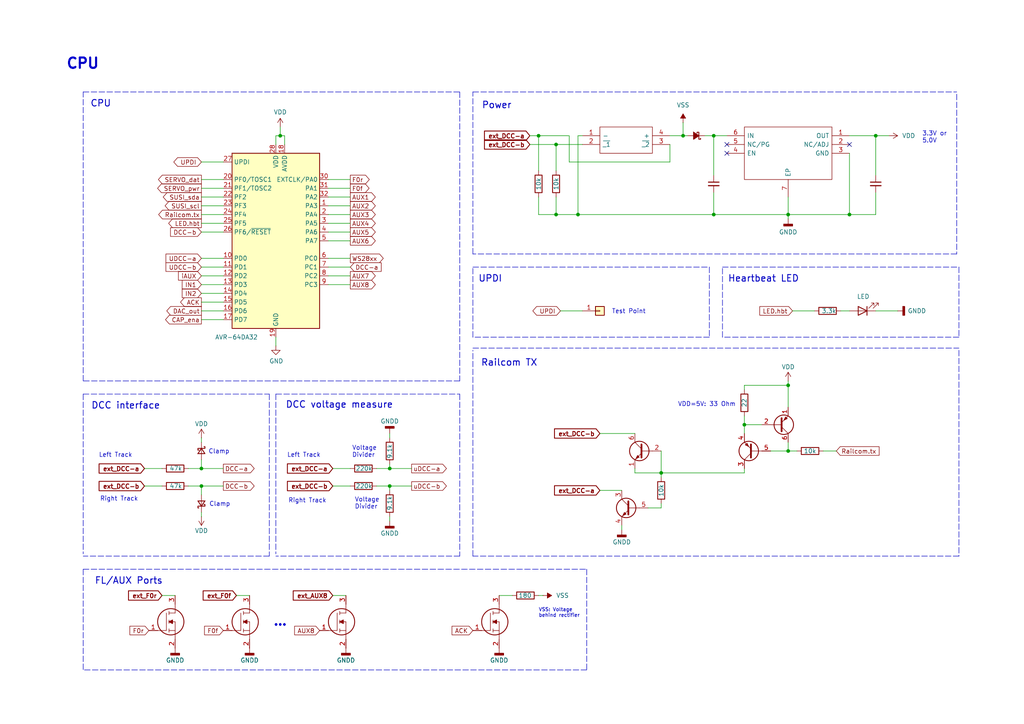
<source format=kicad_sch>
(kicad_sch (version 20250114) (generator "eeschema") (generator_version "9.0")
  (paper "A4")
  (title_block (title "RTB D98 Function Decoder") (date "2025-11-18") (rev "0") (company "Frank Schumacher") (comment 1 "'naked' DCC decoder project") (comment 2 "D98.0") (comment 4 "Licensed under the Apache License, Version 2"))
  (lib_symbols
    (symbol "Connector_Generic:Conn_01x01" (pin_names (offset 1.016) (hide yes))
      (property "Reference" "J" (at 0 2.54 0))
      (property "Value" "Conn_01x01" (at 0 -2.54 0))
      (symbol "Conn_01x01_1_1"
        (rectangle (start -1.27 1.27) (end 1.27 -1.27) (stroke (width 0.254)) (fill (type background)))
        (rectangle (start -1.27 0.127) (end 0 -0.127) (stroke (width 0.1524)))
        (pin passive line (at -5.08 0 0) (length 3.81) (name "Pin_1") (number "1"))
      )
    )
    (symbol "Device:C_Small" (pin_numbers (hide yes)) (pin_names (offset 0.254) (hide yes))
      (property "Reference" "C" (at 0.254 1.778 0))
      (property "Value" "C_Small" (at 0.254 -2.032 0))
      (symbol "C_Small_0_1"
        (polyline (pts (xy -1.524 0.508) (xy 1.524 0.508)) (stroke (width 0.3048)))
        (polyline (pts (xy -1.524 -0.508) (xy 1.524 -0.508)) (stroke (width 0.3302)))
      )
      (symbol "C_Small_1_1"
        (pin passive line (at 0 2.54 270) (length 2.032) (name "~") (number "1"))
        (pin passive line (at 0 -2.54 90) (length 2.032) (name "~") (number "2"))
      )
    )
    (symbol "Device:D_Schottky_Small" (pin_numbers (hide yes)) (pin_names (offset 0.254) (hide yes))
      (property "Reference" "D" (at -1.27 2.032 0))
      (property "Value" "D_Schottky_Small" (at -7.112 -2.032 0))
      (symbol "D_Schottky_Small_0_1"
        (polyline (pts (xy -1.27 0.762) (xy -1.27 1.016) (xy -0.762 1.016) (xy -0.762 -1.016) (xy -0.254 -1.016) (xy -0.254 -0.762)) (stroke (width 0.254)))
        (polyline (pts (xy -0.762 0) (xy 0.762 0)))
        (polyline (pts (xy 0.762 -1.016) (xy -0.762 0) (xy 0.762 1.016) (xy 0.762 -1.016)) (stroke (width 0.254)))
      )
      (symbol "D_Schottky_Small_1_1"
        (pin passive line (at -2.54 0 0) (length 1.778) (name "K") (number "1"))
        (pin passive line (at 2.54 0 180) (length 1.778) (name "A") (number "2"))
      )
    )
    (symbol "Device:D_Schottky_Small_Filled" (pin_numbers (hide yes)) (pin_names (offset 0.254) (hide yes))
      (property "Reference" "D" (at -1.27 2.032 0))
      (property "Value" "D_Schottky_Small_Filled" (at -7.112 -2.032 0))
      (symbol "D_Schottky_Small_Filled_0_1"
        (polyline (pts (xy -1.27 0.762) (xy -1.27 1.016) (xy -0.762 1.016) (xy -0.762 -1.016) (xy -0.254 -1.016) (xy -0.254 -0.762)) (stroke (width 0.254)))
        (polyline (pts (xy -0.762 0) (xy 0.762 0)))
        (polyline (pts (xy 0.762 -1.016) (xy -0.762 0) (xy 0.762 1.016) (xy 0.762 -1.016)) (stroke (width 0.254)) (fill (type outline)))
      )
      (symbol "D_Schottky_Small_Filled_1_1"
        (pin passive line (at -2.54 0 0) (length 1.778) (name "K") (number "1"))
        (pin passive line (at 2.54 0 180) (length 1.778) (name "A") (number "2"))
      )
    )
    (symbol "Device:LED" (pin_numbers (hide yes)) (pin_names (offset 1.016) (hide yes))
      (property "Reference" "D" (at 0 2.54 0))
      (property "Value" "LED" (at 0 -2.54 0))
      (symbol "LED_0_1"
        (polyline (pts (xy -3.048 -0.762) (xy -4.572 -2.286) (xy -3.81 -2.286) (xy -4.572 -2.286) (xy -4.572 -1.524)))
        (polyline (pts (xy -1.778 -0.762) (xy -3.302 -2.286) (xy -2.54 -2.286) (xy -3.302 -2.286) (xy -3.302 -1.524)))
        (polyline (pts (xy -1.27 0) (xy 1.27 0)))
        (polyline (pts (xy -1.27 -1.27) (xy -1.27 1.27)) (stroke (width 0.254)))
        (polyline (pts (xy 1.27 -1.27) (xy 1.27 1.27) (xy -1.27 0) (xy 1.27 -1.27)) (stroke (width 0.254)))
      )
      (symbol "LED_1_1"
        (pin passive line (at -3.81 0 0) (length 2.54) (name "K") (number "1"))
        (pin passive line (at 3.81 0 180) (length 2.54) (name "A") (number "2"))
      )
    )
    (symbol "Device:R" (pin_numbers (hide yes)) (pin_names (offset 0))
      (property "Reference" "R" (at 2.032 0 90))
      (property "Value" "R" (at 0 0 90))
      (symbol "R_0_1"
        (rectangle (start -1.016 -2.54) (end 1.016 2.54) (stroke (width 0.254)))
      )
      (symbol "R_1_1"
        (pin passive line (at 0 3.81 270) (length 1.27) (name "~") (number "1"))
        (pin passive line (at 0 -3.81 90) (length 1.27) (name "~") (number "2"))
      )
    )
    (symbol "MCU_Microchip_ATmega:ATmega4808-M"
      (property "Reference" "U" (at -12.7 26.67 0))
      (property "Value" "ATmega4808-M" (at 2.54 -26.67 0))
      (symbol "ATmega4808-M_0_1"
        (rectangle (start -12.7 -25.4) (end 12.7 25.4) (stroke (width 0.254)) (fill (type background)))
      )
      (symbol "ATmega4808-M_1_1"
        (pin bidirectional line (at -15.24 22.86 0) (length 2.54) (name "UPDI") (number "27"))
        (pin bidirectional line (at -15.24 17.78 0) (length 2.54) (name "PF0/TOSC1") (number "20"))
        (pin bidirectional line (at -15.24 15.24 0) (length 2.54) (name "PF1/TOSC2") (number "21"))
        (pin bidirectional line (at -15.24 12.7 0) (length 2.54) (name "PF2") (number "22"))
        (pin bidirectional line (at -15.24 10.16 0) (length 2.54) (name "PF3") (number "23"))
        (pin bidirectional line (at -15.24 7.62 0) (length 2.54) (name "PF4") (number "24"))
        (pin bidirectional line (at -15.24 5.08 0) (length 2.54) (name "PF5") (number "25"))
        (pin bidirectional line (at -15.24 2.54 0) (length 2.54) (name "PF6/~{RESET}") (number "26"))
        (pin bidirectional line (at -15.24 -5.08 0) (length 2.54) (name "PD0") (number "10"))
        (pin bidirectional line (at -15.24 -7.62 0) (length 2.54) (name "PD1") (number "11"))
        (pin bidirectional line (at -15.24 -10.16 0) (length 2.54) (name "PD2") (number "12"))
        (pin bidirectional line (at -15.24 -12.7 0) (length 2.54) (name "PD3") (number "13"))
        (pin bidirectional line (at -15.24 -15.24 0) (length 2.54) (name "PD4") (number "14"))
        (pin bidirectional line (at -15.24 -17.78 0) (length 2.54) (name "PD5") (number "15"))
        (pin bidirectional line (at -15.24 -20.32 0) (length 2.54) (name "PD6") (number "16"))
        (pin bidirectional line (at -15.24 -22.86 0) (length 2.54) (name "PD7") (number "17"))
        (pin power_in line (at 0 27.94 270) (length 2.54) (name "VDD") (number "28"))
        (pin power_in line (at 0 -27.94 90) (length 2.54) (name "GND") (number "19"))
        (pin passive line (at 0 -27.94 90) (length 2.54) (hide yes) (name "GND") (number "29"))
        (pin passive line (at 0 -27.94 90) (length 2.54) (hide yes) (name "GND") (number "33"))
        (pin power_in line (at 2.54 27.94 270) (length 2.54) (name "AVDD") (number "18"))
        (pin bidirectional line (at 15.24 17.78 180) (length 2.54) (name "EXTCLK/PA0") (number "30"))
        (pin bidirectional line (at 15.24 15.24 180) (length 2.54) (name "PA1") (number "31"))
        (pin bidirectional line (at 15.24 12.7 180) (length 2.54) (name "PA2") (number "32"))
        (pin bidirectional line (at 15.24 10.16 180) (length 2.54) (name "PA3") (number "1"))
        (pin bidirectional line (at 15.24 7.62 180) (length 2.54) (name "PA4") (number "2"))
        (pin bidirectional line (at 15.24 5.08 180) (length 2.54) (name "PA5") (number "3"))
        (pin bidirectional line (at 15.24 2.54 180) (length 2.54) (name "PA6") (number "4"))
        (pin bidirectional line (at 15.24 0 180) (length 2.54) (name "PA7") (number "5"))
        (pin bidirectional line (at 15.24 -5.08 180) (length 2.54) (name "PC0") (number "6"))
        (pin bidirectional line (at 15.24 -7.62 180) (length 2.54) (name "PC1") (number "7"))
        (pin bidirectional line (at 15.24 -10.16 180) (length 2.54) (name "PC2") (number "8"))
        (pin bidirectional line (at 15.24 -12.7 180) (length 2.54) (name "PC3") (number "9"))
      )
    )
    (symbol "RTB:BAS3007ARPPE6327HTSA1" (pin_names (offset 0.762))
      (property "Reference" "D" (at 21.59 7.62 0))
      (property "Value" "BAS3007ARPPE6327HTSA1" (at 21.59 5.08 0))
      (symbol "BAS3007ARPPE6327HTSA1_0_0"
        (pin passive line (at 0 0 0) (length 5.08) (name "-") (number "1"))
        (pin passive line (at 0 -2.54 0) (length 5.08) (name "~{_1}") (number "2"))
        (pin passive line (at 25.4 0 180) (length 5.08) (name "+") (number "4"))
        (pin passive line (at 25.4 -2.54 180) (length 5.08) (name "~{_2}") (number "3"))
      )
      (symbol "BAS3007ARPPE6327HTSA1_0_1"
        (polyline (pts (xy 5.08 2.54) (xy 20.32 2.54) (xy 20.32 -5.08) (xy 5.08 -5.08) (xy 5.08 2.54)) (stroke (width 0.1524)))
      )
    )
    (symbol "RTB:NCP730BMT330TBG" (pin_names (offset 0.762))
      (property "Reference" "IC" (at 31.75 7.62 0))
      (property "Value" "NCP730BMT330TBG" (at 31.75 5.08 0))
      (symbol "NCP730BMT330TBG_0_0"
        (pin passive line (at 0 0 0) (length 5.08) (name "OUT") (number "1"))
        (pin passive line (at 0 -2.54 0) (length 5.08) (name "NC/ADJ") (number "2"))
        (pin passive line (at 0 -5.08 0) (length 5.08) (name "GND") (number "3"))
        (pin passive line (at 17.78 -17.78 90) (length 5.08) (name "EP") (number "7"))
        (pin passive line (at 35.56 0 180) (length 5.08) (name "IN") (number "6"))
        (pin passive line (at 35.56 -2.54 180) (length 5.08) (name "NC/PG") (number "5"))
        (pin passive line (at 35.56 -5.08 180) (length 5.08) (name "EN") (number "4"))
      )
      (symbol "NCP730BMT330TBG_0_1"
        (polyline (pts (xy 5.08 2.54) (xy 30.48 2.54) (xy 30.48 -12.7) (xy 5.08 -12.7) (xy 5.08 2.54)) (stroke (width 0.1524)))
      )
    )
    (symbol "RTB:PMZB200UNEYL" (pin_names (offset 0.762))
      (property "Reference" "Q" (at 11.43 3.81 0))
      (property "Value" "PMZB200UNEYL" (at 11.43 1.27 0))
      (symbol "PMZB200UNEYL_0_0"
        (pin passive line (at 0 0 0) (length 2.54) (name "~") (number "1"))
        (pin passive line (at 7.62 10.16 270) (length 2.54) (name "~") (number "3"))
        (pin passive line (at 7.62 -5.08 90) (length 2.54) (name "~") (number "2"))
      )
      (symbol "PMZB200UNEYL_0_1"
        (polyline (pts (xy 2.54 0) (xy 5.08 0) (xy 5.08 5.08)) (stroke (width 0.1524)))
        (polyline (pts (xy 5.842 5.588) (xy 5.842 4.572)) (stroke (width 0.1524)))
        (polyline (pts (xy 5.842 2.54) (xy 6.858 3.048) (xy 6.858 2.032) (xy 5.842 2.54)) (stroke (width 0.254)) (fill (type outline)))
        (polyline (pts (xy 5.842 2.032) (xy 5.842 3.048)) (stroke (width 0.1524)))
        (polyline (pts (xy 5.842 0) (xy 7.62 0)) (stroke (width 0.1524)))
        (polyline (pts (xy 5.842 -0.508) (xy 5.842 0.508)) (stroke (width 0.1524)))
        (circle (center 6.35 2.54) (radius 3.81) (stroke (width 0.254)))
        (polyline (pts (xy 7.62 5.08) (xy 5.842 5.08)) (stroke (width 0.1524)))
        (polyline (pts (xy 7.62 5.08) (xy 7.62 7.62)) (stroke (width 0.1524)))
        (polyline (pts (xy 7.62 2.54) (xy 5.842 2.54)) (stroke (width 0.1524)))
        (polyline (pts (xy 7.62 2.54) (xy 7.62 -2.54)) (stroke (width 0.1524)))
      )
    )
    (symbol "Transistor_BJT:BC847BDW1" (pin_names (offset 0) (hide yes))
      (property "Reference" "Q" (at 5.08 1.27 0))
      (property "Value" "BC847BDW1" (at 5.08 -1.27 0))
      (symbol "BC847BDW1_0_1"
        (polyline (pts (xy 0.635 1.905) (xy 0.635 -1.905)) (stroke (width 0.508)))
        (polyline (pts (xy 0.635 0.635) (xy 2.54 2.54)))
        (polyline (pts (xy 0.635 0) (xy -2.54 0)))
        (polyline (pts (xy 0.635 -0.635) (xy 2.54 -2.54)))
        (circle (center 1.27 0) (radius 2.8194) (stroke (width 0.254)))
        (polyline (pts (xy 1.27 -1.778) (xy 1.778 -1.27) (xy 2.286 -2.286) (xy 1.27 -1.778)) (fill (type outline)))
      )
      (symbol "BC847BDW1_1_1"
        (pin input line (at -5.08 0 0) (length 2.54) (name "B1") (number "2"))
        (pin passive line (at 2.54 5.08 270) (length 2.54) (name "C1") (number "6"))
        (pin passive line (at 2.54 -5.08 90) (length 2.54) (name "E1") (number "1"))
      )
      (symbol "BC847BDW1_2_1"
        (pin input line (at -5.08 0 0) (length 2.54) (name "B2") (number "5"))
        (pin passive line (at 2.54 5.08 270) (length 2.54) (name "C2") (number "3"))
        (pin passive line (at 2.54 -5.08 90) (length 2.54) (name "E2") (number "4"))
      )
    )
    (symbol "Transistor_BJT:BC857BDW1" (pin_names (offset 0) (hide yes))
      (property "Reference" "Q" (at 5.08 1.27 0))
      (property "Value" "BC857BDW1" (at 5.08 -1.27 0))
      (symbol "BC857BDW1_0_1"
        (polyline (pts (xy 0.635 1.905) (xy 0.635 -1.905)) (stroke (width 0.508)))
        (polyline (pts (xy 0.635 0.635) (xy 2.54 2.54)))
        (polyline (pts (xy 0.635 0) (xy -2.54 0)))
        (polyline (pts (xy 0.635 -0.635) (xy 2.54 -2.54)))
        (circle (center 1.27 0) (radius 2.8194) (stroke (width 0.254)))
        (polyline (pts (xy 2.286 -1.778) (xy 1.778 -2.286) (xy 1.27 -1.27) (xy 2.286 -1.778)) (fill (type outline)))
      )
      (symbol "BC857BDW1_1_1"
        (pin input line (at -5.08 0 0) (length 2.54) (name "B1") (number "2"))
        (pin passive line (at 2.54 5.08 270) (length 2.54) (name "C1") (number "6"))
        (pin passive line (at 2.54 -5.08 90) (length 2.54) (name "E1") (number "1"))
      )
      (symbol "BC857BDW1_2_1"
        (pin input line (at -5.08 0 0) (length 2.54) (name "B2") (number "5"))
        (pin passive line (at 2.54 5.08 270) (length 2.54) (name "C2") (number "3"))
        (pin passive line (at 2.54 -5.08 90) (length 2.54) (name "E2") (number "4"))
      )
    )
    (symbol "power:GND" (power) (pin_numbers (hide yes)) (pin_names (offset 0) (hide yes))
      (property "Value" "GND" (at 0 -3.81 0))
      (symbol "GND_0_1"
        (polyline (pts (xy 0 0) (xy 0 -1.27) (xy 1.27 -1.27) (xy 0 -2.54) (xy -1.27 -1.27) (xy 0 -1.27)))
      )
      (symbol "GND_1_1"
        (pin power_in line (at 0 0 270) (length 0) (name "~") (number "1"))
      )
    )
    (symbol "power:GNDD" (power) (pin_numbers (hide yes)) (pin_names (offset 0) (hide yes))
      (property "Value" "GNDD" (at 0 -3.175 0))
      (symbol "GNDD_0_1"
        (rectangle (start -1.27 -1.524) (end 1.27 -2.032) (stroke (width 0.254)) (fill (type outline)))
        (polyline (pts (xy 0 0) (xy 0 -1.524)))
      )
      (symbol "GNDD_1_1"
        (pin power_in line (at 0 0 270) (length 0) (name "~") (number "1"))
      )
    )
    (symbol "power:VDD" (power) (pin_numbers (hide yes)) (pin_names (offset 0) (hide yes))
      (property "Value" "VDD" (at 0 3.556 0))
      (symbol "VDD_0_1"
        (polyline (pts (xy -0.762 1.27) (xy 0 2.54)))
        (polyline (pts (xy 0 2.54) (xy 0.762 1.27)))
        (polyline (pts (xy 0 0) (xy 0 2.54)))
      )
      (symbol "VDD_1_1"
        (pin power_in line (at 0 0 90) (length 0) (name "~") (number "1"))
      )
    )
    (symbol "power:VSS" (power) (pin_numbers (hide yes)) (pin_names (offset 0) (hide yes))
      (property "Value" "VSS" (at 0 3.556 0))
      (symbol "VSS_0_1"
        (polyline (pts (xy 0 0) (xy 0 2.54)))
        (polyline (pts (xy 0.762 1.27) (xy -0.762 1.27) (xy 0 2.54) (xy 0.762 1.27)) (fill (type outline)))
      )
      (symbol "VSS_1_1"
        (pin power_in line (at 0 0 90) (length 0) (name "~") (number "1"))
      )
    )
  )
  (text "..." (at 81.28 180.34 0) (effects (font (size 2.54 2.54) (thickness 0.508) (bold yes))))
  (text "DCC voltage measure" (at 82.804 118.618 0) (effects (font (size 1.905 1.905) (thickness 0.254) (bold yes)) (justify left bottom)))
  (text "FL/AUX Ports" (at 27.432 169.672 0) (effects (font (size 1.905 1.905) (thickness 0.254) (bold yes)) (justify left bottom)))
  (text "VSS: Voltage\nbehind rectifier" (at 156.21 177.8 0) (effects (font (size 1.016 1.016)) (justify left)))
  (text "CPU" (at 26.162 31.242 0) (effects (font (size 1.905 1.905) (thickness 0.254) (bold yes)) (justify left bottom)))
  (text "3.3V or\n5.0V" (at 267.462 39.878 0) (effects (font (size 1.27 1.27)) (justify left)))
  (text "Power" (at 139.7 31.75 0) (effects (font (size 1.905 1.905) (thickness 0.254) (bold yes)) (justify left bottom)))
  (text "Railcom TX" (at 139.446 106.426 0) (effects (font (size 1.905 1.905) (thickness 0.254) (bold yes)) (justify left bottom)))
  (text "Clamp" (at 60.452 131.064 0) (effects (font (size 1.27 1.27)) (justify left)))
  (text "Heartbeat LED" (at 211.074 82.042 0) (effects (font (size 1.905 1.905) (thickness 0.254) (bold yes)) (justify left bottom)))
  (text "Right Track" (at 34.544 144.78 0) (effects (font (size 1.27 1.27))))
  (text "VDD=5V: 33 Ohm" (at 196.596 117.348 0) (effects (font (size 1.27 1.27)) (justify left)))
  (text "Left Track" (at 88.138 132.08 0) (effects (font (size 1.27 1.27))))
  (text "DCC interface" (at 26.416 118.872 0) (effects (font (size 1.905 1.905) (thickness 0.254) (bold yes)) (justify left bottom)))
  (text "Left Track" (at 33.528 132.08 0) (effects (font (size 1.27 1.27))))
  (text "Right Track" (at 89.154 145.288 0) (effects (font (size 1.27 1.27))))
  (text "Voltage\nDivider" (at 102.108 131.064 0) (effects (font (size 1.27 1.27)) (justify left)))
  (text "UPDI" (at 138.684 82.042 0) (effects (font (size 1.905 1.905) (thickness 0.254) (bold yes)) (justify left bottom)))
  (text "CPU" (at 19.05 20.32 0) (effects (font (size 2.9972 2.9972) (thickness 0.5994) (bold yes)) (justify left bottom)))
  (text "Test Point" (at 182.372 90.424 0) (effects (font (size 1.27 1.27))))
  (text "Voltage\nDivider" (at 102.87 146.05 0) (effects (font (size 1.27 1.27)) (justify left)))
  (text "Clamp" (at 66.802 146.304 0) (effects (font (size 1.27 1.27)) (justify right)))
  (junction (at 254 39.37))
  (junction (at 113.03 135.89))
  (junction (at 207.01 62.23))
  (junction (at 228.6 111.76))
  (junction (at 113.03 140.97))
  (junction (at 246.38 62.23))
  (junction (at 191.77 137.16))
  (junction (at 161.29 41.91))
  (junction (at 58.42 140.97))
  (junction (at 228.6 130.81))
  (junction (at 156.21 39.37))
  (junction (at 161.29 62.23))
  (junction (at 58.42 135.89))
  (junction (at 228.6 62.23))
  (junction (at 207.01 39.37))
  (junction (at 198.12 39.37))
  (junction (at 215.9 123.19))
  (junction (at 167.64 62.23))
  (junction (at 81.28 39.37))
  (no_connect (at 246.38 41.91))
  (no_connect (at 210.82 41.91))
  (no_connect (at 210.82 44.45))
  (wire (pts (xy 58.42 133.35) (xy 58.42 135.89)))
  (wire (pts (xy 228.6 57.15) (xy 228.6 62.23)))
  (wire (pts (xy 207.01 39.37) (xy 210.82 39.37)))
  (wire (pts (xy 243.84 90.17) (xy 246.38 90.17)))
  (wire (pts (xy 80.01 39.37) (xy 80.01 41.91)))
  (wire (pts (xy 101.6 62.23) (xy 95.25 62.23)))
  (wire (pts (xy 223.52 130.81) (xy 228.6 130.81)))
  (wire (pts (xy 228.6 130.81) (xy 231.14 130.81)))
  (wire (pts (xy 41.91 135.89) (xy 46.99 135.89)))
  (wire (pts (xy 207.01 62.23) (xy 228.6 62.23)))
  (wire (pts (xy 58.42 59.69) (xy 64.77 59.69)))
  (wire (pts (xy 64.77 90.17) (xy 58.42 90.17)))
  (polyline (pts (xy 170.18 165.1) (xy 170.18 194.31)) (stroke (width 0) (type dash)))
  (polyline (pts (xy 80.01 114.3) (xy 80.01 160.655)) (stroke (width 0) (type dash)))
  (wire (pts (xy 58.42 64.77) (xy 64.77 64.77)))
  (polyline (pts (xy 205.74 97.79) (xy 137.16 97.79)) (stroke (width 0) (type dash)))
  (wire (pts (xy 198.12 35.56) (xy 198.12 39.37)))
  (wire (pts (xy 161.29 57.15) (xy 161.29 62.23)))
  (wire (pts (xy 64.77 74.93) (xy 58.42 74.93)))
  (wire (pts (xy 165.1 39.37) (xy 156.21 39.37)))
  (polyline (pts (xy 277.495 73.66) (xy 137.16 73.66)) (stroke (width 0) (type dash)))
  (wire (pts (xy 113.03 149.86) (xy 113.03 151.13)))
  (wire (pts (xy 167.64 39.37) (xy 167.64 62.23)))
  (polyline (pts (xy 205.74 77.47) (xy 205.74 97.79)) (stroke (width 0) (type dash)))
  (wire (pts (xy 58.42 127) (xy 58.42 128.27)))
  (wire (pts (xy 194.31 46.99) (xy 165.1 46.99)))
  (wire (pts (xy 173.99 142.24) (xy 180.34 142.24)))
  (wire (pts (xy 229.87 90.17) (xy 236.22 90.17)))
  (wire (pts (xy 58.42 135.89) (xy 64.77 135.89)))
  (wire (pts (xy 198.12 39.37) (xy 199.39 39.37)))
  (polyline (pts (xy 209.55 97.79) (xy 209.55 77.47)) (stroke (width 0) (type dash)))
  (wire (pts (xy 215.9 120.65) (xy 215.9 123.19)))
  (wire (pts (xy 215.9 135.89) (xy 215.9 137.16)))
  (polyline (pts (xy 24.13 26.67) (xy 133.35 26.67)) (stroke (width 0) (type dash)))
  (wire (pts (xy 191.77 137.16) (xy 215.9 137.16)))
  (wire (pts (xy 58.42 80.01) (xy 64.77 80.01)))
  (wire (pts (xy 81.28 36.83) (xy 81.28 39.37)))
  (wire (pts (xy 113.03 127) (xy 113.03 125.73)))
  (wire (pts (xy 228.6 118.11) (xy 228.6 111.76)))
  (polyline (pts (xy 78.105 114.3) (xy 78.105 161.29)) (stroke (width 0) (type dash)))
  (wire (pts (xy 184.15 135.89) (xy 184.15 137.16)))
  (wire (pts (xy 58.42 149.86) (xy 58.42 148.59)))
  (wire (pts (xy 156.21 57.15) (xy 156.21 62.23)))
  (wire (pts (xy 58.42 143.51) (xy 58.42 140.97)))
  (wire (pts (xy 109.22 140.97) (xy 113.03 140.97)))
  (wire (pts (xy 246.38 39.37) (xy 254 39.37)))
  (polyline (pts (xy 133.35 110.49) (xy 24.13 110.49)) (stroke (width 0) (type dash)))
  (polyline (pts (xy 170.18 194.31) (xy 24.13 194.31)) (stroke (width 0) (type dash)))
  (wire (pts (xy 101.6 82.55) (xy 95.25 82.55)))
  (wire (pts (xy 207.01 62.23) (xy 207.01 55.88)))
  (wire (pts (xy 109.22 135.89) (xy 113.03 135.89)))
  (wire (pts (xy 58.42 67.31) (xy 64.77 67.31)))
  (wire (pts (xy 207.01 50.8) (xy 207.01 39.37)))
  (wire (pts (xy 161.29 62.23) (xy 167.64 62.23)))
  (polyline (pts (xy 209.55 77.47) (xy 278.13 77.47)) (stroke (width 0) (type dash)))
  (wire (pts (xy 180.34 152.4) (xy 180.34 153.67)))
  (wire (pts (xy 113.03 140.97) (xy 119.38 140.97)))
  (wire (pts (xy 95.25 52.07) (xy 101.6 52.07)))
  (wire (pts (xy 191.77 137.16) (xy 191.77 138.43)))
  (wire (pts (xy 254 55.88) (xy 254 62.23)))
  (wire (pts (xy 68.58 172.72) (xy 72.39 172.72)))
  (wire (pts (xy 80.01 97.79) (xy 80.01 100.33)))
  (polyline (pts (xy 278.13 161.29) (xy 137.16 161.29)) (stroke (width 0) (type dash)))
  (wire (pts (xy 58.42 62.23) (xy 64.77 62.23)))
  (wire (pts (xy 165.1 46.99) (xy 165.1 39.37)))
  (wire (pts (xy 58.42 46.99) (xy 64.77 46.99)))
  (wire (pts (xy 95.25 77.47) (xy 101.6 77.47)))
  (wire (pts (xy 95.25 69.85) (xy 101.6 69.85)))
  (wire (pts (xy 215.9 111.76) (xy 215.9 113.03)))
  (wire (pts (xy 187.96 147.32) (xy 191.77 147.32)))
  (wire (pts (xy 144.78 172.72) (xy 148.59 172.72)))
  (wire (pts (xy 64.77 52.07) (xy 58.42 52.07)))
  (polyline (pts (xy 133.35 161.29) (xy 80.01 161.29)) (stroke (width 0) (type dash)))
  (wire (pts (xy 113.03 135.89) (xy 119.38 135.89)))
  (wire (pts (xy 156.21 172.72) (xy 157.48 172.72)))
  (wire (pts (xy 215.9 123.19) (xy 220.98 123.19)))
  (polyline (pts (xy 278.13 97.79) (xy 209.55 97.79)) (stroke (width 0) (type dash)))
  (wire (pts (xy 162.56 90.17) (xy 168.91 90.17)))
  (wire (pts (xy 58.42 54.61) (xy 64.77 54.61)))
  (wire (pts (xy 153.67 41.91) (xy 161.29 41.91)))
  (wire (pts (xy 228.6 63.5) (xy 228.6 62.23)))
  (wire (pts (xy 238.76 130.81) (xy 242.57 130.81)))
  (wire (pts (xy 101.6 54.61) (xy 95.25 54.61)))
  (wire (pts (xy 95.25 74.93) (xy 101.6 74.93)))
  (polyline (pts (xy 137.16 73.66) (xy 137.16 26.67)) (stroke (width 0) (type dash)))
  (wire (pts (xy 254 39.37) (xy 254 50.8)))
  (wire (pts (xy 184.15 137.16) (xy 191.77 137.16)))
  (wire (pts (xy 161.29 41.91) (xy 161.29 49.53)))
  (wire (pts (xy 95.25 64.77) (xy 101.6 64.77)))
  (wire (pts (xy 156.21 39.37) (xy 153.67 39.37)))
  (wire (pts (xy 228.6 111.76) (xy 215.9 111.76)))
  (wire (pts (xy 194.31 39.37) (xy 198.12 39.37)))
  (wire (pts (xy 228.6 130.81) (xy 228.6 128.27)))
  (polyline (pts (xy 277.495 27.305) (xy 277.495 73.66)) (stroke (width 0) (type dash)))
  (polyline (pts (xy 278.13 101.6) (xy 278.13 161.29)) (stroke (width 0) (type dash)))
  (wire (pts (xy 54.61 140.97) (xy 58.42 140.97)))
  (wire (pts (xy 95.25 57.15) (xy 101.6 57.15)))
  (polyline (pts (xy 137.16 100.965) (xy 278.13 100.965)) (stroke (width 0) (type dash)))
  (wire (pts (xy 58.42 85.09) (xy 64.77 85.09)))
  (wire (pts (xy 228.6 110.49) (xy 228.6 111.76)))
  (wire (pts (xy 95.25 80.01) (xy 101.6 80.01)))
  (wire (pts (xy 58.42 57.15) (xy 64.77 57.15)))
  (wire (pts (xy 156.21 49.53) (xy 156.21 39.37)))
  (polyline (pts (xy 137.16 77.47) (xy 205.74 77.47)) (stroke (width 0) (type dash)))
  (polyline (pts (xy 137.16 97.79) (xy 137.16 77.47)) (stroke (width 0) (type dash)))
  (polyline (pts (xy 133.35 114.3) (xy 133.35 161.29)) (stroke (width 0) (type dash)))
  (wire (pts (xy 191.77 146.05) (xy 191.77 147.32)))
  (wire (pts (xy 82.55 39.37) (xy 82.55 41.91)))
  (wire (pts (xy 246.38 44.45) (xy 246.38 62.23)))
  (wire (pts (xy 204.47 39.37) (xy 207.01 39.37)))
  (wire (pts (xy 254 90.17) (xy 260.35 90.17)))
  (polyline (pts (xy 24.13 114.3) (xy 78.105 114.3)) (stroke (width 0) (type dash)))
  (polyline (pts (xy 133.35 26.67) (xy 133.35 110.49)) (stroke (width 0) (type dash)))
  (wire (pts (xy 46.99 172.72) (xy 50.8 172.72)))
  (wire (pts (xy 168.91 39.37) (xy 167.64 39.37)))
  (wire (pts (xy 95.25 59.69) (xy 101.6 59.69)))
  (polyline (pts (xy 24.13 114.3) (xy 24.13 160.655)) (stroke (width 0) (type dash)))
  (polyline (pts (xy 24.13 165.1) (xy 24.13 194.31)) (stroke (width 0) (type dash)))
  (wire (pts (xy 64.77 87.63) (xy 58.42 87.63)))
  (wire (pts (xy 64.77 92.71) (xy 58.42 92.71)))
  (polyline (pts (xy 137.16 26.67) (xy 277.495 26.67)) (stroke (width 0) (type dash)))
  (polyline (pts (xy 24.13 165.1) (xy 170.18 165.1)) (stroke (width 0) (type dash)))
  (polyline (pts (xy 24.13 110.49) (xy 24.13 26.67)) (stroke (width 0) (type dash)))
  (wire (pts (xy 58.42 140.97) (xy 64.77 140.97)))
  (wire (pts (xy 246.38 62.23) (xy 228.6 62.23)))
  (wire (pts (xy 96.52 140.97) (xy 101.6 140.97)))
  (wire (pts (xy 96.52 172.72) (xy 100.33 172.72)))
  (wire (pts (xy 156.21 62.23) (xy 161.29 62.23)))
  (wire (pts (xy 184.15 125.73) (xy 173.99 125.73)))
  (wire (pts (xy 215.9 125.73) (xy 215.9 123.19)))
  (wire (pts (xy 58.42 77.47) (xy 64.77 77.47)))
  (wire (pts (xy 246.38 62.23) (xy 254 62.23)))
  (wire (pts (xy 96.52 135.89) (xy 101.6 135.89)))
  (wire (pts (xy 254 39.37) (xy 257.81 39.37)))
  (wire (pts (xy 81.28 39.37) (xy 82.55 39.37)))
  (wire (pts (xy 58.42 82.55) (xy 64.77 82.55)))
  (polyline (pts (xy 78.105 161.29) (xy 24.13 161.29)) (stroke (width 0) (type dash)))
  (wire (pts (xy 41.91 140.97) (xy 46.99 140.97)))
  (wire (pts (xy 161.29 41.91) (xy 168.91 41.91)))
  (wire (pts (xy 80.01 39.37) (xy 81.28 39.37)))
  (wire (pts (xy 54.61 135.89) (xy 58.42 135.89)))
  (polyline (pts (xy 278.13 77.47) (xy 278.13 97.79)) (stroke (width 0) (type dash)))
  (wire (pts (xy 113.03 134.62) (xy 113.03 135.89)))
  (wire (pts (xy 113.03 140.97) (xy 113.03 142.24)))
  (polyline (pts (xy 137.16 161.29) (xy 137.16 101.6)) (stroke (width 0) (type dash)))
  (wire (pts (xy 167.64 62.23) (xy 207.01 62.23)))
  (wire (pts (xy 95.25 67.31) (xy 101.6 67.31)))
  (wire (pts (xy 191.77 137.16) (xy 191.77 130.81)))
  (wire (pts (xy 194.31 41.91) (xy 194.31 46.99)))
  (polyline (pts (xy 80.01 114.3) (xy 133.35 114.3)) (stroke (width 0) (type dash)))
  (global_label "IN2" (shape input) (at 58.42 85.09 180) (property "Intersheetrefs" "${INTERSHEET_REFS}" (effects (hide yes))))
  (global_label "DCC-b" (shape input) (at 58.42 67.31 180) (property "Intersheetrefs" "${INTERSHEET_REFS}" (effects (hide yes))))
  (global_label "Railcom.tx" (shape input) (at 242.57 130.81 0) (property "Intersheetrefs" "${INTERSHEET_REFS}" (effects (hide yes))))
  (global_label "AUX8" (shape output) (at 101.6 82.55 0) (property "Intersheetrefs" "${INTERSHEET_REFS}" (effects (hide yes))))
  (global_label "UDCC-a" (shape input) (at 58.42 74.93 180) (property "Intersheetrefs" "${INTERSHEET_REFS}" (effects (hide yes))))
  (global_label "UPDI" (shape bidirectional) (at 58.42 46.99 180) (property "Intersheetrefs" "${INTERSHEET_REFS}" (effects (hide yes))))
  (global_label "F0r" (shape input) (at 43.18 182.88 180) (property "Intersheetrefs" "${INTERSHEET_REFS}" (effects (hide yes))))
  (global_label "iAUX" (shape input) (at 58.42 80.01 180) (property "Intersheetrefs" "${INTERSHEET_REFS}" (effects (hide yes))))
  (global_label "ACK" (shape input) (at 137.16 182.88 180) (property "Intersheetrefs" "${INTERSHEET_REFS}" (effects (hide yes))))
  (global_label "AUX7" (shape output) (at 101.6 80.01 0) (property "Intersheetrefs" "${INTERSHEET_REFS}" (effects (hide yes))))
  (global_label "DCC-a" (shape output) (at 64.77 135.89 0) (property "Intersheetrefs" "${INTERSHEET_REFS}" (effects (hide yes))))
  (global_label "AUX8" (shape input) (at 92.71 182.88 180) (property "Intersheetrefs" "${INTERSHEET_REFS}" (effects (hide yes))))
  (global_label "LED.hbt" (shape output) (at 58.42 64.77 180) (property "Intersheetrefs" "${INTERSHEET_REFS}" (effects (hide yes))))
  (global_label "AUX4" (shape output) (at 101.6 64.77 0) (property "Intersheetrefs" "${INTERSHEET_REFS}" (effects (hide yes))))
  (global_label "ext_DCC-a" (shape input) (at 173.99 142.24 180) (effects (font (thickness 0.254) (bold yes))) (property "Intersheetrefs" "${INTERSHEET_REFS}" (effects (hide yes))))
  (global_label "LED.hbt" (shape input) (at 229.87 90.17 180) (property "Intersheetrefs" "${INTERSHEET_REFS}" (effects (hide yes))))
  (global_label "ext_DCC-b" (shape input) (at 173.99 125.73 180) (effects (font (thickness 0.254) (bold yes))) (property "Intersheetrefs" "${INTERSHEET_REFS}" (effects (hide yes))))
  (global_label "ext_DCC-a" (shape input) (at 96.52 135.89 180) (effects (font (thickness 0.254) (bold yes))) (property "Intersheetrefs" "${INTERSHEET_REFS}" (effects (hide yes))))
  (global_label "UPDI" (shape bidirectional) (at 162.56 90.17 180) (property "Intersheetrefs" "${INTERSHEET_REFS}" (effects (hide yes))))
  (global_label "CAP_ena" (shape output) (at 58.42 92.71 180) (property "Intersheetrefs" "${INTERSHEET_REFS}" (effects (hide yes))))
  (global_label "AUX3" (shape output) (at 101.6 62.23 0) (property "Intersheetrefs" "${INTERSHEET_REFS}" (effects (hide yes))))
  (global_label "ext_F0r" (shape input) (at 46.99 172.72 180) (effects (font (thickness 0.254) (bold yes))) (property "Intersheetrefs" "${INTERSHEET_REFS}" (effects (hide yes))))
  (global_label "uDCC-a" (shape output) (at 119.38 135.89 0) (property "Intersheetrefs" "${INTERSHEET_REFS}" (effects (hide yes))))
  (global_label "ext_DCC-a" (shape input) (at 41.91 135.89 180) (effects (font (thickness 0.254) (bold yes))) (property "Intersheetrefs" "${INTERSHEET_REFS}" (effects (hide yes))))
  (global_label "AUX2" (shape output) (at 101.6 59.69 0) (property "Intersheetrefs" "${INTERSHEET_REFS}" (effects (hide yes))))
  (global_label "IN1" (shape input) (at 58.42 82.55 180) (property "Intersheetrefs" "${INTERSHEET_REFS}" (effects (hide yes))))
  (global_label "AUX5" (shape output) (at 101.6 67.31 0) (property "Intersheetrefs" "${INTERSHEET_REFS}" (effects (hide yes))))
  (global_label "WS28xx" (shape output) (at 101.6 74.93 0) (property "Intersheetrefs" "${INTERSHEET_REFS}" (effects (hide yes))))
  (global_label "DAC_out" (shape output) (at 58.42 90.17 180) (property "Intersheetrefs" "${INTERSHEET_REFS}" (effects (hide yes))))
  (global_label "SERVO_pwr" (shape output) (at 58.42 54.61 180) (property "Intersheetrefs" "${INTERSHEET_REFS}" (effects (hide yes))))
  (global_label "ext_DCC-b" (shape input) (at 41.91 140.97 180) (effects (font (thickness 0.254) (bold yes))) (property "Intersheetrefs" "${INTERSHEET_REFS}" (effects (hide yes))))
  (global_label "ext_F0f" (shape input) (at 68.58 172.72 180) (effects (font (thickness 0.254) (bold yes))) (property "Intersheetrefs" "${INTERSHEET_REFS}" (effects (hide yes))))
  (global_label "Railcom.tx" (shape output) (at 58.42 62.23 180) (property "Intersheetrefs" "${INTERSHEET_REFS}" (effects (hide yes))))
  (global_label "uDCC-b" (shape output) (at 119.38 140.97 0) (property "Intersheetrefs" "${INTERSHEET_REFS}" (effects (hide yes))))
  (global_label "ext_AUX8" (shape input) (at 96.52 172.72 180) (effects (font (thickness 0.254) (bold yes))) (property "Intersheetrefs" "${INTERSHEET_REFS}" (effects (hide yes))))
  (global_label "SUSI_scl" (shape output) (at 58.42 59.69 180) (property "Intersheetrefs" "${INTERSHEET_REFS}" (effects (hide yes))))
  (global_label "F0r" (shape output) (at 101.6 52.07 0) (property "Intersheetrefs" "${INTERSHEET_REFS}" (effects (hide yes))))
  (global_label "ext_DCC-b" (shape input) (at 153.67 41.91 180) (effects (font (thickness 0.254) (bold yes))) (property "Intersheetrefs" "${INTERSHEET_REFS}" (effects (hide yes))))
  (global_label "ACK" (shape output) (at 58.42 87.63 180) (property "Intersheetrefs" "${INTERSHEET_REFS}" (effects (hide yes))))
  (global_label "DCC-a" (shape input) (at 101.6 77.47 0) (property "Intersheetrefs" "${INTERSHEET_REFS}" (effects (hide yes))))
  (global_label "SERVO_dat" (shape output) (at 58.42 52.07 180) (property "Intersheetrefs" "${INTERSHEET_REFS}" (effects (hide yes))))
  (global_label "F0f" (shape input) (at 64.77 182.88 180) (property "Intersheetrefs" "${INTERSHEET_REFS}" (effects (hide yes))))
  (global_label "AUX1" (shape output) (at 101.6 57.15 0) (property "Intersheetrefs" "${INTERSHEET_REFS}" (effects (hide yes))))
  (global_label "ext_DCC-a" (shape input) (at 153.67 39.37 180) (effects (font (thickness 0.254) (bold yes))) (property "Intersheetrefs" "${INTERSHEET_REFS}" (effects (hide yes))))
  (global_label "DCC-b" (shape output) (at 64.77 140.97 0) (property "Intersheetrefs" "${INTERSHEET_REFS}" (effects (hide yes))))
  (global_label "F0f" (shape output) (at 101.6 54.61 0) (property "Intersheetrefs" "${INTERSHEET_REFS}" (effects (hide yes))))
  (global_label "ext_DCC-b" (shape input) (at 96.52 140.97 180) (effects (font (thickness 0.254) (bold yes))) (property "Intersheetrefs" "${INTERSHEET_REFS}" (effects (hide yes))))
  (global_label "UDCC-b" (shape input) (at 58.42 77.47 180) (property "Intersheetrefs" "${INTERSHEET_REFS}" (effects (hide yes))))
  (global_label "SUSI_sda" (shape output) (at 58.42 57.15 180) (property "Intersheetrefs" "${INTERSHEET_REFS}" (effects (hide yes))))
  (global_label "AUX6" (shape output) (at 101.6 69.85 0) (property "Intersheetrefs" "${INTERSHEET_REFS}" (effects (hide yes))))
  (symbol (lib_id "MCU_Microchip_ATmega:ATmega4808-M") (at 80.01 69.85 0) (unit 1)
    (property "Reference" "U1" (effects (hide yes)))
    (property "Value" "AVR-64DA32" (at 68.58 97.79 0))
    (property "Footprint" "Package_DFN_QFN:VQFN-32-1EP_5x5mm_P0.5mm_EP3.1x3.1mm" (effects (hide yes)))
    (property "Datasheet" "http://ww1.microchip.com/downloads/en/DeviceDoc/40002016A.pdf" (effects (hide yes)))
  )
  (symbol (lib_id "power:GND") (at 80.01 100.33 0) (unit 1)
    (property "Reference" "#PWR0110" (effects (hide yes)))
    (property "Value" "GND" (at 80.137 104.7242 0))
  )
  (symbol (lib_id "Device:C_Small") (at 207.01 53.34 0) (unit 1)
    (property "Reference" "C7" (effects (hide yes)))
    (property "Value" "22u/25V" (effects (hide yes)))
    (property "Footprint" "Capacitor_SMD:C_0805_2012Metric" (effects (hide yes)))
  )
  (symbol (lib_id "RTB:NCP730BMT330TBG") (at 246.38 39.37 0) (mirror y) (unit 1)
    (property "Reference" "IC2" (effects (hide yes)))
    (property "Value" "NCP730BMT330TBG" (effects (hide yes)))
    (property "Footprint" "Package_SON:WSON-6-1EP_2x2mm_P0.65mm_EP1x1.6mm_ThermalVias" (effects (hide yes)))
    (property "Datasheet" "https://www.mouser.de/datasheet/2/308/NCP730-D-1760032.pdf" (effects (hide yes)))
    (property "Description" "LDO Regulator Pos 3.3V 0.15A 6-Pin WDFN EP T/R" (effects (hide yes)))
  )
  (symbol (lib_id "Device:R") (at 161.29 53.34 180) (unit 1)
    (property "Reference" "R20" (effects (hide yes)))
    (property "Value" "10k" (at 161.29 53.34 90))
    (property "Footprint" "Resistor_SMD:R_0402_1005Metric" (effects (hide yes)))
  )
  (symbol (lib_id "Device:R") (at 156.21 53.34 180) (unit 1)
    (property "Reference" "R19" (effects (hide yes)))
    (property "Value" "10k" (at 156.21 53.34 90))
    (property "Footprint" "Resistor_SMD:R_0402_1005Metric" (effects (hide yes)))
  )
  (symbol (lib_id "Device:C_Small") (at 254 53.34 0) (unit 1)
    (property "Reference" "C3" (effects (hide yes)))
    (property "Value" "22u/4V" (effects (hide yes)))
    (property "Footprint" "Capacitor_SMD:C_0402_1005Metric" (effects (hide yes)))
  )
  (symbol (lib_id "RTB:BAS3007ARPPE6327HTSA1") (at 168.91 39.37 0) (unit 1)
    (property "Reference" "D3" (effects (hide yes)))
    (property "Value" "BAS3007ARPPE6327HTSA1" (effects (hide yes)))
    (property "Footprint" "BF998215" (effects (hide yes)))
    (property "Datasheet" "https://www.mouser.co.uk/datasheet/2/196/Infineon-BAS3007ASERIES-DS-v01_01-en-1225497.pdf" (effects (hide yes)))
    (property "Description" "Infineon BAS3007ARPPE6327HTSA1 SMT Schottky Diode, 30V 900mA, 4-Pin SOT-143" (effects (hide yes)))
  )
  (symbol (lib_id "power:GNDD") (at 113.03 125.73 180) (unit 1)
    (property "Reference" "#PWR030" (effects (hide yes)))
    (property "Value" "GNDD" (at 113.03 122.174 0))
    (property "Description" "Power symbol creates a global label with name \"GNDD\" , digital ground" (effects (hide yes)))
  )
  (symbol (lib_id "Device:R") (at 105.41 140.97 270) (unit 1)
    (property "Reference" "R9" (effects (hide yes)))
    (property "Value" "220k" (at 103.124 140.97 90) (effects (justify left)))
    (property "Footprint" "Resistor_SMD:R_0402_1005Metric" (effects (hide yes)))
  )
  (symbol (lib_id "power:GNDD") (at 50.8 187.96 0) (unit 1)
    (property "Reference" "#PWR016" (effects (hide yes)))
    (property "Value" "GNDD" (at 50.8 191.516 0))
    (property "Description" "Power symbol creates a global label with name \"GNDD\" , digital ground" (effects (hide yes)))
  )
  (symbol (lib_id "power:GNDD") (at 72.39 187.96 0) (unit 1)
    (property "Reference" "#PWR017" (effects (hide yes)))
    (property "Value" "GNDD" (at 72.39 191.516 0))
    (property "Description" "Power symbol creates a global label with name \"GNDD\" , digital ground" (effects (hide yes)))
  )
  (symbol (lib_id "power:GNDD") (at 144.78 187.96 0) (unit 1)
    (property "Reference" "#PWR018" (effects (hide yes)))
    (property "Value" "GNDD" (at 144.78 191.516 0))
    (property "Description" "Power symbol creates a global label with name \"GNDD\" , digital ground" (effects (hide yes)))
  )
  (symbol (lib_id "power:GNDD") (at 113.03 151.13 0) (unit 1)
    (property "Reference" "#PWR032" (effects (hide yes)))
    (property "Value" "GNDD" (at 113.03 154.686 0))
    (property "Description" "Power symbol creates a global label with name \"GNDD\" , digital ground" (effects (hide yes)))
  )
  (symbol (lib_id "power:GNDD") (at 100.33 187.96 0) (unit 1)
    (property "Reference" "#PWR019" (effects (hide yes)))
    (property "Value" "GNDD" (at 100.33 191.516 0))
    (property "Description" "Power symbol creates a global label with name \"GNDD\" , digital ground" (effects (hide yes)))
  )
  (symbol (lib_id "Device:R") (at 113.03 130.81 180) (unit 1)
    (property "Reference" "R17" (effects (hide yes)))
    (property "Value" "9.1k" (at 113.03 128.778 90) (effects (justify left)))
    (property "Footprint" "Resistor_SMD:R_0402_1005Metric" (effects (hide yes)))
  )
  (symbol (lib_id "Transistor_BJT:BC847BDW1") (at 182.88 147.32 0) (mirror y) (unit 2)
    (property "Reference" "Q2B1" (effects (hide yes)))
    (property "Value" "BC847BDW1" (effects (hide yes)))
    (property "Footprint" "Package_TO_SOT_SMD:SOT-666" (effects (hide yes)))
    (property "Datasheet" "http://www.onsemi.com/pub_link/Collateral/BC846BDW1T1-D.PDF" (effects (hide yes)))
  )
  (symbol (lib_id "power:VDD") (at 58.42 127 0) (unit 1)
    (property "Reference" "#PWR029" (effects (hide yes)))
    (property "Value" "VDD" (at 58.42 122.936 0))
    (property "Description" "Power symbol creates a global label with name \"VDD\"" (effects (hide yes)))
  )
  (symbol (lib_id "power:VDD") (at 228.6 110.49 0) (unit 1)
    (property "Reference" "#PWR012" (effects (hide yes)))
    (property "Value" "VDD" (at 228.6 106.426 0))
    (property "Description" "Power symbol creates a global label with name \"VDD\"" (effects (hide yes)))
  )
  (symbol (lib_id "power:VDD") (at 81.28 36.83 0) (unit 1)
    (property "Reference" "#PWR01" (effects (hide yes)))
    (property "Value" "VDD" (at 81.28 32.512 0))
    (property "Description" "Power symbol creates a global label with name \"VDD\"" (effects (hide yes)))
  )
  (symbol (lib_id "Device:R") (at 240.03 90.17 90) (unit 1)
    (property "Reference" "R1" (effects (hide yes)))
    (property "Value" "3.3k" (at 242.57 90.17 90) (effects (justify left)))
    (property "Footprint" "Resistor_SMD:R_0402_1005Metric" (effects (hide yes)))
  )
  (symbol (lib_id "Device:R") (at 50.8 135.89 90) (unit 1)
    (property "Reference" "R3" (effects (hide yes)))
    (property "Value" "47k" (at 52.832 135.89 90) (effects (justify left)))
    (property "Footprint" "Resistor_SMD:R_0402_1005Metric" (effects (hide yes)))
  )
  (symbol (lib_id "power:VSS") (at 157.48 172.72 270) (unit 1)
    (property "Reference" "#PWR020" (effects (hide yes)))
    (property "Value" "VSS" (at 161.29 172.7199 90) (effects (justify left)))
    (property "Description" "Power symbol creates a global label with name \"VSS\"" (effects (hide yes)))
  )
  (symbol (lib_id "power:GNDD") (at 260.35 90.17 90) (unit 1)
    (property "Reference" "#PWR011" (effects (hide yes)))
    (property "Value" "GNDD" (at 265.938 90.17 90))
    (property "Description" "Power symbol creates a global label with name \"GNDD\" , digital ground" (effects (hide yes)))
  )
  (symbol (lib_id "Transistor_BJT:BC857BDW1") (at 226.06 123.19 0) (mirror x) (unit 1)
    (property "Reference" "Q1A1" (effects (hide yes)))
    (property "Value" "BC857BDW1" (effects (hide yes)))
    (property "Footprint" "Package_TO_SOT_SMD:SOT-666" (effects (hide yes)))
    (property "Datasheet" "http://www.onsemi.com/pub_link/Collateral/BC856BDW1T1-D.PDF" (effects (hide yes)))
  )
  (symbol (lib_id "Device:R") (at 152.4 172.72 270) (unit 1)
    (property "Reference" "R13" (effects (hide yes)))
    (property "Value" "180" (at 150.368 172.72 90) (effects (justify left)))
    (property "Footprint" "Resistor_SMD:R_0402_1005Metric" (effects (hide yes)))
  )
  (symbol (lib_id "RTB:PMZB200UNEYL") (at 43.18 182.88 0) (unit 1)
    (property "Reference" "Q1" (effects (hide yes)))
    (property "Value" "PMZB200UNEYL" (effects (hide yes)))
    (property "Footprint" "PMZB200UNEYL" (effects (hide yes)))
    (property "Datasheet" "https://assets.nexperia.com/documents/data-sheet/PMZB200UNE.pdf" (effects (hide yes)))
    (property "Description" "N-Channel 30 V 1.4A (Ta) 350mW (Ta), 6.25W (Tc) Surface Mount DFN1006B-3" (effects (hide yes)))
    (property "Description_1" "N-Channel 30 V 1.4A (Ta) 350mW (Ta), 6.25W (Tc) Surface Mount DFN1006B-3" (effects (hide yes)))
    (property "Height" "0.4" (effects (hide yes)))
    (property "Mouser Part Number" "771-PMZB200UNEYL" (effects (hide yes)))
    (property "Mouser Price/Stock" "https://www.mouser.co.uk/ProductDetail/Nexperia/PMZB200UNEYL?qs=d7b8vw%252BBfo0jl0Uns2vJDw%3D%3D" (effects (hide yes)))
    (property "Manufacturer_Name" "Nexperia" (effects (hide yes)))
    (property "Manufacturer_Part_Number" "PMZB200UNEYL" (effects (hide yes)))
  )
  (symbol (lib_id "Device:D_Schottky_Small") (at 58.42 130.81 270) (unit 1)
    (property "Reference" "D6" (effects (hide yes)))
    (property "Value" "D_Schottky_Small" (effects (hide yes)))
    (property "Description" "Schottky diode, small symbol" (effects (hide yes)))
  )
  (symbol (lib_id "Device:R") (at 105.41 135.89 270) (unit 1)
    (property "Reference" "R14" (effects (hide yes)))
    (property "Value" "220k" (at 103.124 135.89 90) (effects (justify left)))
    (property "Footprint" "Resistor_SMD:R_0402_1005Metric" (effects (hide yes)))
  )
  (symbol (lib_id "RTB:PMZB200UNEYL") (at 137.16 182.88 0) (unit 1)
    (property "Reference" "Q4" (effects (hide yes)))
    (property "Value" "PMZB200UNEYL" (effects (hide yes)))
    (property "Footprint" "PMZB200UNEYL" (effects (hide yes)))
    (property "Datasheet" "https://assets.nexperia.com/documents/data-sheet/PMZB200UNE.pdf" (effects (hide yes)))
    (property "Description" "N-Channel 30 V 1.4A (Ta) 350mW (Ta), 6.25W (Tc) Surface Mount DFN1006B-3" (effects (hide yes)))
    (property "Description_1" "N-Channel 30 V 1.4A (Ta) 350mW (Ta), 6.25W (Tc) Surface Mount DFN1006B-3" (effects (hide yes)))
    (property "Height" "0.4" (effects (hide yes)))
    (property "Mouser Part Number" "771-PMZB200UNEYL" (effects (hide yes)))
    (property "Mouser Price/Stock" "https://www.mouser.co.uk/ProductDetail/Nexperia/PMZB200UNEYL?qs=d7b8vw%252BBfo0jl0Uns2vJDw%3D%3D" (effects (hide yes)))
    (property "Manufacturer_Name" "Nexperia" (effects (hide yes)))
    (property "Manufacturer_Part_Number" "PMZB200UNEYL" (effects (hide yes)))
  )
  (symbol (lib_id "Connector_Generic:Conn_01x01") (at 173.99 90.17 0) (unit 1)
    (property "Reference" "J3" (effects (hide yes)))
    (property "Value" "Conn_01x01" (effects (hide yes)))
    (property "Footprint" "TestPoint:TestPoint_Pad_D1.0mm" (effects (hide yes)))
    (property "Description" "Generic connector, single row, 01x01, script generated (kicad-library-utils/schlib/autogen/connector/)" (effects (hide yes)))
  )
  (symbol (lib_id "Device:R") (at 234.95 130.81 270) (unit 1)
    (property "Reference" "R6" (effects (hide yes)))
    (property "Value" "10k" (at 234.95 130.81 90))
    (property "Footprint" "Resistor_SMD:R_0402_1005Metric" (effects (hide yes)))
  )
  (symbol (lib_id "Device:D_Schottky_Small_Filled") (at 201.93 39.37 180) (unit 1)
    (property "Reference" "D1" (effects (hide yes)))
    (property "Value" "D_Schottky_Small_Filled" (effects (hide yes)))
    (property "Description" "Schottky diode, small symbol, filled shape" (effects (hide yes)))
  )
  (symbol (lib_id "RTB:PMZB200UNEYL") (at 92.71 182.88 0) (unit 1)
    (property "Reference" "Q5" (effects (hide yes)))
    (property "Value" "PMZB200UNEYL" (effects (hide yes)))
    (property "Footprint" "PMZB200UNEYL" (effects (hide yes)))
    (property "Datasheet" "https://assets.nexperia.com/documents/data-sheet/PMZB200UNE.pdf" (effects (hide yes)))
    (property "Description" "N-Channel 30 V 1.4A (Ta) 350mW (Ta), 6.25W (Tc) Surface Mount DFN1006B-3" (effects (hide yes)))
    (property "Description_1" "N-Channel 30 V 1.4A (Ta) 350mW (Ta), 6.25W (Tc) Surface Mount DFN1006B-3" (effects (hide yes)))
    (property "Height" "0.4" (effects (hide yes)))
    (property "Mouser Part Number" "771-PMZB200UNEYL" (effects (hide yes)))
    (property "Mouser Price/Stock" "https://www.mouser.co.uk/ProductDetail/Nexperia/PMZB200UNEYL?qs=d7b8vw%252BBfo0jl0Uns2vJDw%3D%3D" (effects (hide yes)))
    (property "Manufacturer_Name" "Nexperia" (effects (hide yes)))
    (property "Manufacturer_Part_Number" "PMZB200UNEYL" (effects (hide yes)))
  )
  (symbol (lib_id "power:VDD") (at 58.42 149.86 180) (unit 1)
    (property "Reference" "#PWR031" (effects (hide yes)))
    (property "Value" "VDD" (at 58.42 153.924 0))
    (property "Description" "Power symbol creates a global label with name \"VDD\"" (effects (hide yes)))
  )
  (symbol (lib_id "RTB:PMZB200UNEYL") (at 64.77 182.88 0) (unit 1)
    (property "Reference" "Q2" (effects (hide yes)))
    (property "Value" "PMZB200UNEYL" (effects (hide yes)))
    (property "Footprint" "PMZB200UNEYL" (effects (hide yes)))
    (property "Datasheet" "https://assets.nexperia.com/documents/data-sheet/PMZB200UNE.pdf" (effects (hide yes)))
    (property "Description" "N-Channel 30 V 1.4A (Ta) 350mW (Ta), 6.25W (Tc) Surface Mount DFN1006B-3" (effects (hide yes)))
    (property "Description_1" "N-Channel 30 V 1.4A (Ta) 350mW (Ta), 6.25W (Tc) Surface Mount DFN1006B-3" (effects (hide yes)))
    (property "Height" "0.4" (effects (hide yes)))
    (property "Mouser Part Number" "771-PMZB200UNEYL" (effects (hide yes)))
    (property "Mouser Price/Stock" "https://www.mouser.co.uk/ProductDetail/Nexperia/PMZB200UNEYL?qs=d7b8vw%252BBfo0jl0Uns2vJDw%3D%3D" (effects (hide yes)))
    (property "Manufacturer_Name" "Nexperia" (effects (hide yes)))
    (property "Manufacturer_Part_Number" "PMZB200UNEYL" (effects (hide yes)))
  )
  (symbol (lib_id "Device:LED") (at 250.19 90.17 180) (unit 1)
    (property "Reference" "D5" (effects (hide yes)))
    (property "Value" "LED" (at 250.3678 86.0044 0))
    (property "Footprint" "LED_SMD:LED_0402_1005Metric" (effects (hide yes)))
  )
  (symbol (lib_id "power:GNDD") (at 180.34 153.67 0) (unit 1)
    (property "Reference" "#PWR010" (effects (hide yes)))
    (property "Value" "GNDD" (at 180.34 157.226 0))
    (property "Description" "Power symbol creates a global label with name \"GNDD\" , digital ground" (effects (hide yes)))
  )
  (symbol (lib_id "power:VDD") (at 257.81 39.37 270) (unit 1)
    (property "Reference" "#PWR013" (effects (hide yes)))
    (property "Value" "VDD" (at 261.62 39.3699 90) (effects (justify left)))
    (property "Description" "Power symbol creates a global label with name \"VDD\"" (effects (hide yes)))
  )
  (symbol (lib_id "Transistor_BJT:BC847BDW1") (at 186.69 130.81 0) (mirror y) (unit 1)
    (property "Reference" "Q2A1" (effects (hide yes)))
    (property "Value" "BC847BDW1" (effects (hide yes)))
    (property "Footprint" "Package_TO_SOT_SMD:SOT-666" (effects (hide yes)))
    (property "Datasheet" "http://www.onsemi.com/pub_link/Collateral/BC846BDW1T1-D.PDF" (effects (hide yes)))
  )
  (symbol (lib_id "Device:R") (at 191.77 142.24 0) (unit 1)
    (property "Reference" "R5" (effects (hide yes)))
    (property "Value" "10k" (at 191.77 142.24 90))
    (property "Footprint" "Resistor_SMD:R_0402_1005Metric" (effects (hide yes)))
  )
  (symbol (lib_id "power:VSS") (at 198.12 35.56 0) (unit 1)
    (property "Reference" "#PWR06" (effects (hide yes)))
    (property "Value" "VSS" (at 198.12 30.48 0))
    (property "Description" "Power symbol creates a global label with name \"VSS\"" (effects (hide yes)))
  )
  (symbol (lib_id "Device:R") (at 215.9 116.84 0) (unit 1)
    (property "Reference" "R4" (effects (hide yes)))
    (property "Value" "22" (at 215.9 116.84 90))
    (property "Footprint" "Resistor_SMD:R_0402_1005Metric" (effects (hide yes)))
  )
  (symbol (lib_id "Device:D_Schottky_Small") (at 58.42 146.05 90) (unit 1)
    (property "Reference" "D7" (effects (hide yes)))
    (property "Value" "D_Schottky_Small" (effects (hide yes)))
    (property "Description" "Schottky diode, small symbol" (effects (hide yes)))
  )
  (symbol (lib_id "Transistor_BJT:BC857BDW1") (at 218.44 130.81 180) (unit 2)
    (property "Reference" "Q1B1" (effects (hide yes)))
    (property "Value" "BC857BDW1" (effects (hide yes)))
    (property "Footprint" "Package_TO_SOT_SMD:SOT-666" (effects (hide yes)))
    (property "Datasheet" "http://www.onsemi.com/pub_link/Collateral/BC856BDW1T1-D.PDF" (effects (hide yes)))
  )
  (symbol (lib_id "Device:R") (at 113.03 146.05 0) (unit 1)
    (property "Reference" "R16" (effects (hide yes)))
    (property "Value" "9.1k" (at 113.03 148.082 90) (effects (justify left)))
    (property "Footprint" "Resistor_SMD:R_0402_1005Metric" (effects (hide yes)))
  )
  (symbol (lib_id "Device:R") (at 50.8 140.97 90) (unit 1)
    (property "Reference" "R15" (effects (hide yes)))
    (property "Value" "47k" (at 52.832 140.97 90) (effects (justify left)))
    (property "Footprint" "Resistor_SMD:R_0402_1005Metric" (effects (hide yes)))
  )
  (symbol (lib_id "power:GNDD") (at 228.6 63.5 0) (unit 1)
    (property "Reference" "#PWR014" (effects (hide yes)))
    (property "Value" "GNDD" (at 228.6 67.31 0))
    (property "Description" "Power symbol creates a global label with name \"GNDD\" , digital ground" (effects (hide yes)))
  )
)
</source>
